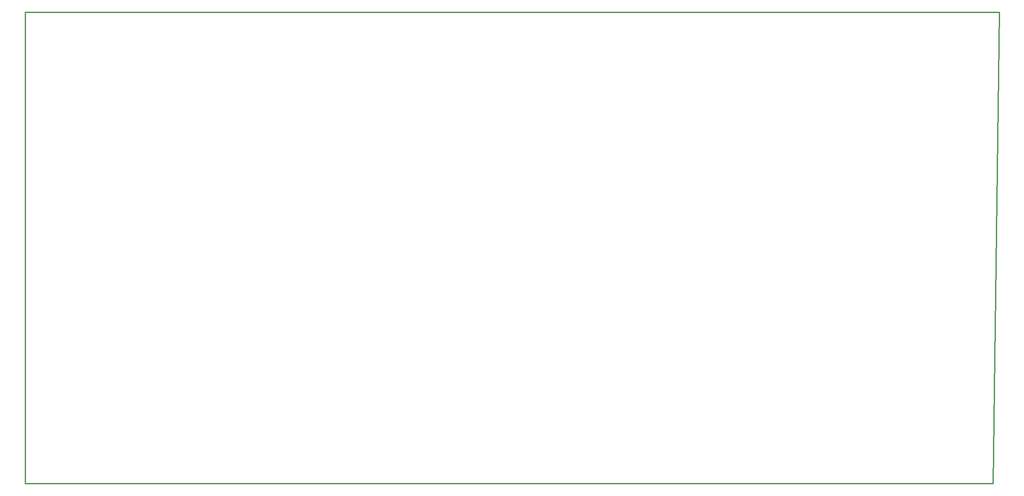
<source format=gbr>
G04 EAGLE Gerber RS-274X export*
G75*
%MOMM*%
%FSLAX34Y34*%
%LPD*%
%IN*%
%IPPOS*%
%AMOC8*
5,1,8,0,0,1.08239X$1,22.5*%
G01*
%ADD10C,0.254000*%


D10*
X-952500Y0D02*
X1000000Y0D01*
X1012700Y952400D01*
X-952500Y952400D01*
X-952500Y0D01*
M02*

</source>
